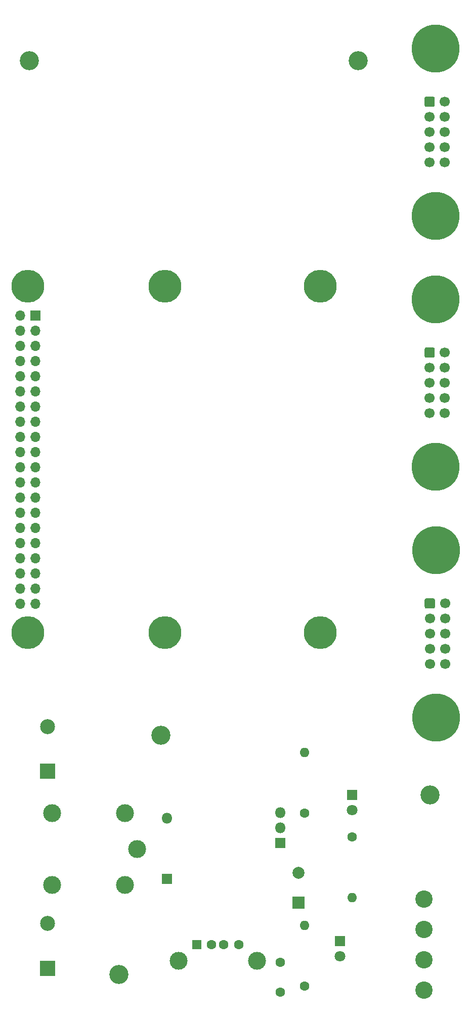
<source format=gbr>
%TF.GenerationSoftware,KiCad,Pcbnew,5.1.9*%
%TF.CreationDate,2021-06-11T19:49:29+02:00*%
%TF.ProjectId,splitter,73706c69-7474-4657-922e-6b696361645f,rev?*%
%TF.SameCoordinates,Original*%
%TF.FileFunction,Soldermask,Bot*%
%TF.FilePolarity,Negative*%
%FSLAX46Y46*%
G04 Gerber Fmt 4.6, Leading zero omitted, Abs format (unit mm)*
G04 Created by KiCad (PCBNEW 5.1.9) date 2021-06-11 19:49:29*
%MOMM*%
%LPD*%
G01*
G04 APERTURE LIST*
%ADD10C,3.200000*%
%ADD11C,5.500000*%
%ADD12C,8.000000*%
%ADD13C,1.700000*%
%ADD14C,2.900000*%
%ADD15O,1.700000X1.700000*%
%ADD16R,1.700000X1.700000*%
%ADD17C,2.500000*%
%ADD18R,2.500000X2.500000*%
%ADD19C,3.000000*%
%ADD20C,1.800000*%
%ADD21R,1.800000X1.800000*%
%ADD22O,1.600000X1.600000*%
%ADD23C,1.600000*%
%ADD24C,2.000000*%
%ADD25R,2.000000X2.000000*%
%ADD26O,1.800000X1.800000*%
%ADD27R,1.600000X1.600000*%
G04 APERTURE END LIST*
D10*
%TO.C,Screw*%
X77000000Y-145000000D03*
%TD*%
%TO.C,Screw*%
X70000000Y-185000000D03*
%TD*%
%TO.C,Screw*%
X122000000Y-155000000D03*
%TD*%
%TO.C,Screw*%
X110000000Y-32000000D03*
%TD*%
%TO.C,Screw*%
X55000000Y-32000000D03*
%TD*%
D11*
%TO.C,H2*%
X54700000Y-69800000D03*
%TD*%
%TO.C,H4*%
X77700000Y-69800000D03*
%TD*%
%TO.C,H6*%
X103700000Y-69800000D03*
%TD*%
%TO.C,H1*%
X54700000Y-127800000D03*
%TD*%
%TO.C,H3*%
X77700000Y-127800000D03*
%TD*%
%TO.C,H5*%
X103700000Y-127800000D03*
%TD*%
D12*
%TO.C,J3*%
X123020000Y-142000000D03*
X123020000Y-113960000D03*
D13*
X124540000Y-133060000D03*
X124540000Y-130520000D03*
X124540000Y-127980000D03*
X124540000Y-125440000D03*
X124540000Y-122900000D03*
X122000000Y-133060000D03*
X122000000Y-130520000D03*
X122000000Y-127980000D03*
X122000000Y-125440000D03*
G36*
G01*
X121150000Y-123500000D02*
X121150000Y-122300000D01*
G75*
G02*
X121400000Y-122050000I250000J0D01*
G01*
X122600000Y-122050000D01*
G75*
G02*
X122850000Y-122300000I0J-250000D01*
G01*
X122850000Y-123500000D01*
G75*
G02*
X122600000Y-123750000I-250000J0D01*
G01*
X121400000Y-123750000D01*
G75*
G02*
X121150000Y-123500000I0J250000D01*
G01*
G37*
%TD*%
D12*
%TO.C,J2*%
X123000000Y-100000000D03*
X123000000Y-71960000D03*
D13*
X124520000Y-91060000D03*
X124520000Y-88520000D03*
X124520000Y-85980000D03*
X124520000Y-83440000D03*
X124520000Y-80900000D03*
X121980000Y-91060000D03*
X121980000Y-88520000D03*
X121980000Y-85980000D03*
X121980000Y-83440000D03*
G36*
G01*
X121130000Y-81500000D02*
X121130000Y-80300000D01*
G75*
G02*
X121380000Y-80050000I250000J0D01*
G01*
X122580000Y-80050000D01*
G75*
G02*
X122830000Y-80300000I0J-250000D01*
G01*
X122830000Y-81500000D01*
G75*
G02*
X122580000Y-81750000I-250000J0D01*
G01*
X121380000Y-81750000D01*
G75*
G02*
X121130000Y-81500000I0J250000D01*
G01*
G37*
%TD*%
D12*
%TO.C,J1*%
X123000000Y-58000000D03*
X123000000Y-29960000D03*
D13*
X124520000Y-49060000D03*
X124520000Y-46520000D03*
X124520000Y-43980000D03*
X124520000Y-41440000D03*
X124520000Y-38900000D03*
X121980000Y-49060000D03*
X121980000Y-46520000D03*
X121980000Y-43980000D03*
X121980000Y-41440000D03*
G36*
G01*
X121130000Y-39500000D02*
X121130000Y-38300000D01*
G75*
G02*
X121380000Y-38050000I250000J0D01*
G01*
X122580000Y-38050000D01*
G75*
G02*
X122830000Y-38300000I0J-250000D01*
G01*
X122830000Y-39500000D01*
G75*
G02*
X122580000Y-39750000I-250000J0D01*
G01*
X121380000Y-39750000D01*
G75*
G02*
X121130000Y-39500000I0J250000D01*
G01*
G37*
%TD*%
D14*
%TO.C,J4*%
X121000000Y-172380000D03*
X121000000Y-177460000D03*
X121000000Y-182540000D03*
X121000000Y-187620000D03*
%TD*%
D15*
%TO.C,J0*%
X53460000Y-123000000D03*
X56000000Y-123000000D03*
X53460000Y-120460000D03*
X56000000Y-120460000D03*
X53460000Y-117920000D03*
X56000000Y-117920000D03*
X53460000Y-115380000D03*
X56000000Y-115380000D03*
X53460000Y-112840000D03*
X56000000Y-112840000D03*
X53460000Y-110300000D03*
X56000000Y-110300000D03*
X53460000Y-107760000D03*
X56000000Y-107760000D03*
X53460000Y-105220000D03*
X56000000Y-105220000D03*
X53460000Y-102680000D03*
X56000000Y-102680000D03*
X53460000Y-100140000D03*
X56000000Y-100140000D03*
X53460000Y-97600000D03*
X56000000Y-97600000D03*
X53460000Y-95060000D03*
X56000000Y-95060000D03*
X53460000Y-92520000D03*
X56000000Y-92520000D03*
X53460000Y-89980000D03*
X56000000Y-89980000D03*
X53460000Y-87440000D03*
X56000000Y-87440000D03*
X53460000Y-84900000D03*
X56000000Y-84900000D03*
X53460000Y-82360000D03*
X56000000Y-82360000D03*
X53460000Y-79820000D03*
X56000000Y-79820000D03*
X53460000Y-77280000D03*
X56000000Y-77280000D03*
X53460000Y-74740000D03*
D16*
X56000000Y-74740000D03*
%TD*%
D17*
%TO.C,J7*%
X58000000Y-176500000D03*
D18*
X58000000Y-184000000D03*
%TD*%
D17*
%TO.C,J6*%
X58000000Y-143500000D03*
D18*
X58000000Y-151000000D03*
%TD*%
D19*
%TO.C,K0*%
X71000000Y-158000000D03*
X58800000Y-158000000D03*
X58800000Y-170000000D03*
X71000000Y-170000000D03*
X73000000Y-164000000D03*
%TD*%
D20*
%TO.C,D2*%
X109000000Y-157540000D03*
D21*
X109000000Y-155000000D03*
%TD*%
D22*
%TO.C,R1*%
X109000000Y-172160000D03*
D23*
X109000000Y-162000000D03*
%TD*%
D24*
%TO.C,C3*%
X100000000Y-168000000D03*
D25*
X100000000Y-173000000D03*
%TD*%
D23*
%TO.C,C0*%
X97000000Y-188000000D03*
X97000000Y-183000000D03*
%TD*%
D21*
%TO.C,D0*%
X107000000Y-179460000D03*
D20*
X107000000Y-182000000D03*
%TD*%
D21*
%TO.C,D1*%
X78000000Y-169000000D03*
D26*
X78000000Y-158840000D03*
%TD*%
D19*
%TO.C,J5*%
X93070000Y-182710000D03*
X79930000Y-182710000D03*
D27*
X83000000Y-180000000D03*
D23*
X85500000Y-180000000D03*
X87500000Y-180000000D03*
X90000000Y-180000000D03*
%TD*%
D21*
%TO.C,Q1*%
X97000000Y-163000000D03*
D26*
X97000000Y-160460000D03*
X97000000Y-157920000D03*
%TD*%
D23*
%TO.C,R0*%
X101000000Y-187000000D03*
D22*
X101000000Y-176840000D03*
%TD*%
D23*
%TO.C,R2*%
X101000000Y-158000000D03*
D22*
X101000000Y-147840000D03*
%TD*%
M02*

</source>
